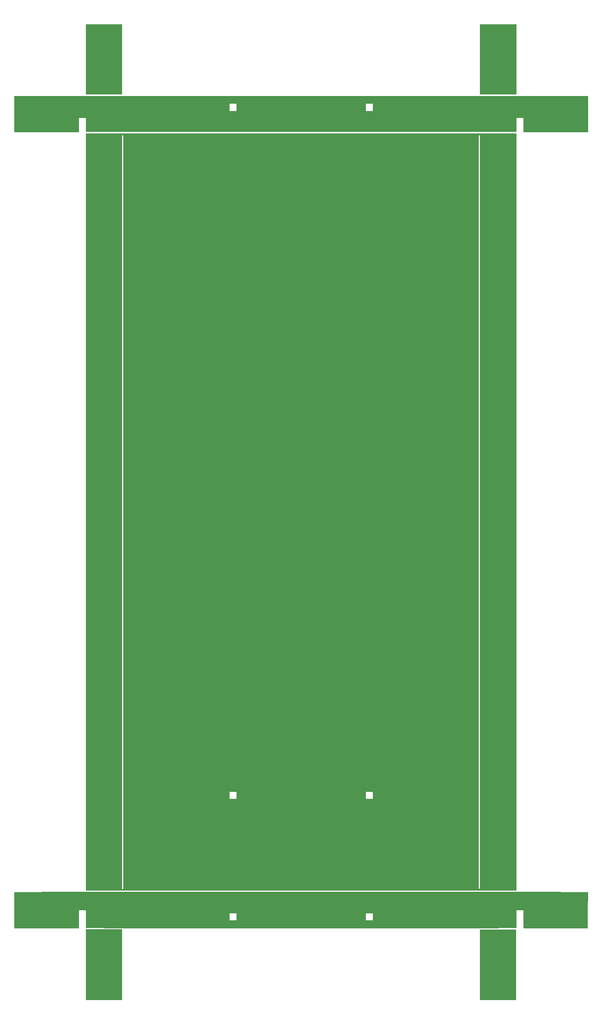
<source format=gbr>
%TF.GenerationSoftware,KiCad,Pcbnew,(5.1.6)-1*%
%TF.CreationDate,2020-10-22T21:59:58+01:00*%
%TF.ProjectId,Side 1,53696465-2031-42e6-9b69-6361645f7063,rev?*%
%TF.SameCoordinates,Original*%
%TF.FileFunction,Copper,L1,Top*%
%TF.FilePolarity,Positive*%
%FSLAX46Y46*%
G04 Gerber Fmt 4.6, Leading zero omitted, Abs format (unit mm)*
G04 Created by KiCad (PCBNEW (5.1.6)-1) date 2020-10-22 21:59:58*
%MOMM*%
%LPD*%
G01*
G04 APERTURE LIST*
%TA.AperFunction,EtchedComponent*%
%ADD10C,0.010000*%
%TD*%
G04 APERTURE END LIST*
D10*
%TO.C,G\u002A\u002A\u002A*%
G36*
X70580000Y-238634500D02*
G01*
X62706000Y-238634500D01*
X62706000Y-223204000D01*
X70580000Y-223204000D01*
X70580000Y-238634500D01*
G37*
X70580000Y-238634500D02*
X62706000Y-238634500D01*
X62706000Y-223204000D01*
X70580000Y-223204000D01*
X70580000Y-238634500D01*
G36*
X157204584Y-238623917D02*
G01*
X153262263Y-238629264D01*
X149319943Y-238634611D01*
X149325263Y-230924597D01*
X149330584Y-223214583D01*
X157204584Y-223214583D01*
X157204584Y-238623917D01*
G37*
X157204584Y-238623917D02*
X153262263Y-238629264D01*
X149319943Y-238634611D01*
X149325263Y-230924597D01*
X149330584Y-223214583D01*
X157204584Y-223214583D01*
X157204584Y-238623917D01*
G36*
X111810180Y-214970586D02*
G01*
X113268558Y-214970610D01*
X114724790Y-214970648D01*
X116177928Y-214970700D01*
X117627026Y-214970765D01*
X119071138Y-214970844D01*
X120509317Y-214970937D01*
X121940618Y-214971044D01*
X123364092Y-214971164D01*
X124778795Y-214971298D01*
X126183779Y-214971445D01*
X127578099Y-214971607D01*
X128960808Y-214971782D01*
X130330959Y-214971971D01*
X131687607Y-214972173D01*
X133029804Y-214972389D01*
X134356605Y-214972619D01*
X135667062Y-214972862D01*
X136960231Y-214973120D01*
X138235163Y-214973390D01*
X139490913Y-214973675D01*
X140726535Y-214973973D01*
X141941082Y-214974285D01*
X143133607Y-214974611D01*
X144303165Y-214974950D01*
X145448808Y-214975303D01*
X146569591Y-214975670D01*
X147664567Y-214976051D01*
X148732789Y-214976445D01*
X149773312Y-214976853D01*
X150785189Y-214977274D01*
X151767473Y-214977709D01*
X152719218Y-214978158D01*
X153639478Y-214978621D01*
X154527307Y-214979097D01*
X155381757Y-214979587D01*
X156201883Y-214980091D01*
X156986738Y-214980609D01*
X157735375Y-214981140D01*
X158446849Y-214981684D01*
X159120213Y-214982243D01*
X159754521Y-214982815D01*
X160348826Y-214983401D01*
X160902181Y-214984001D01*
X161136347Y-214984273D01*
X172963278Y-214998376D01*
X172957931Y-218937146D01*
X172952584Y-222875917D01*
X166031084Y-222882168D01*
X165490956Y-222882616D01*
X164961071Y-222882975D01*
X164443036Y-222883248D01*
X163938457Y-222883435D01*
X163448942Y-222883539D01*
X162976099Y-222883562D01*
X162521534Y-222883504D01*
X162086855Y-222883367D01*
X161673670Y-222883153D01*
X161283585Y-222882864D01*
X160918207Y-222882501D01*
X160579145Y-222882066D01*
X160268005Y-222881560D01*
X159986395Y-222880985D01*
X159735921Y-222880342D01*
X159518192Y-222879633D01*
X159334814Y-222878860D01*
X159187395Y-222878025D01*
X159077542Y-222877128D01*
X159006862Y-222876171D01*
X158977292Y-222875192D01*
X158845000Y-222861964D01*
X158845000Y-218949500D01*
X157215167Y-218949500D01*
X157215167Y-222858297D01*
X149623396Y-222872399D01*
X149247773Y-222873049D01*
X148830828Y-222873684D01*
X148373574Y-222874303D01*
X147877020Y-222874907D01*
X147342180Y-222875494D01*
X146770064Y-222876066D01*
X146161684Y-222876622D01*
X145518051Y-222877162D01*
X144840178Y-222877686D01*
X144129075Y-222878195D01*
X143385755Y-222878687D01*
X142611228Y-222879164D01*
X141806507Y-222879625D01*
X140972602Y-222880070D01*
X140110526Y-222880499D01*
X139221290Y-222880913D01*
X138305905Y-222881311D01*
X137365384Y-222881693D01*
X136400737Y-222882059D01*
X135412977Y-222882409D01*
X134403114Y-222882743D01*
X133372160Y-222883062D01*
X132321128Y-222883365D01*
X131251028Y-222883652D01*
X130162871Y-222883923D01*
X129057671Y-222884178D01*
X127936437Y-222884418D01*
X126800182Y-222884642D01*
X125649918Y-222884849D01*
X124486655Y-222885042D01*
X123311405Y-222885218D01*
X122125180Y-222885378D01*
X120928992Y-222885523D01*
X119723852Y-222885652D01*
X118510771Y-222885765D01*
X117290761Y-222885862D01*
X116064834Y-222885943D01*
X114834001Y-222886009D01*
X113599274Y-222886059D01*
X112361665Y-222886092D01*
X111122184Y-222886111D01*
X109881843Y-222886113D01*
X108641655Y-222886099D01*
X107402630Y-222886070D01*
X106165780Y-222886025D01*
X104932116Y-222885964D01*
X103702651Y-222885887D01*
X102478396Y-222885794D01*
X101260362Y-222885686D01*
X100049561Y-222885562D01*
X98847004Y-222885422D01*
X97653703Y-222885266D01*
X96470670Y-222885094D01*
X95298916Y-222884907D01*
X94139453Y-222884703D01*
X92993291Y-222884484D01*
X91861444Y-222884249D01*
X90744921Y-222883999D01*
X89644736Y-222883732D01*
X88561899Y-222883450D01*
X87497422Y-222883151D01*
X86452316Y-222882837D01*
X85427594Y-222882507D01*
X84424266Y-222882162D01*
X83443344Y-222881800D01*
X82485840Y-222881423D01*
X81552766Y-222881030D01*
X80645132Y-222880621D01*
X79763951Y-222880196D01*
X78910233Y-222879756D01*
X78084991Y-222879299D01*
X77289236Y-222878827D01*
X76523980Y-222878339D01*
X75790234Y-222877835D01*
X75089010Y-222877316D01*
X74421319Y-222876780D01*
X73788173Y-222876229D01*
X73190583Y-222875662D01*
X72629561Y-222875079D01*
X72106119Y-222874481D01*
X71621268Y-222873866D01*
X71176019Y-222873236D01*
X70771385Y-222872590D01*
X70659375Y-222872395D01*
X62706000Y-222858296D01*
X62706000Y-219584500D01*
X94159667Y-219584500D01*
X94159667Y-221214333D01*
X95789500Y-221214333D01*
X95789500Y-219584500D01*
X124110500Y-219584500D01*
X124110500Y-221214333D01*
X125740334Y-221214333D01*
X125740334Y-219584500D01*
X124110500Y-219584500D01*
X95789500Y-219584500D01*
X94159667Y-219584500D01*
X62706000Y-219584500D01*
X62706000Y-218949500D01*
X61055000Y-218949500D01*
X61055000Y-222886500D01*
X46958000Y-222886500D01*
X46958000Y-214998376D01*
X58772524Y-214984271D01*
X59306620Y-214983666D01*
X59882103Y-214983074D01*
X60498026Y-214982495D01*
X61153444Y-214981931D01*
X61847409Y-214981380D01*
X62578976Y-214980843D01*
X63347198Y-214980319D01*
X64151128Y-214979809D01*
X64989820Y-214979313D01*
X65862329Y-214978831D01*
X66767706Y-214978362D01*
X67705007Y-214977907D01*
X68673284Y-214977466D01*
X69671592Y-214977038D01*
X70698983Y-214976624D01*
X71754512Y-214976224D01*
X72837232Y-214975837D01*
X73946197Y-214975464D01*
X75080459Y-214975105D01*
X76239074Y-214974760D01*
X77421094Y-214974428D01*
X78625573Y-214974110D01*
X79851565Y-214973806D01*
X81098124Y-214973515D01*
X82364302Y-214973238D01*
X83649153Y-214972975D01*
X84951732Y-214972725D01*
X86271092Y-214972489D01*
X87606285Y-214972267D01*
X88956367Y-214972059D01*
X90320391Y-214971864D01*
X91697409Y-214971683D01*
X93086476Y-214971515D01*
X94486646Y-214971362D01*
X95896972Y-214971222D01*
X97316507Y-214971095D01*
X98744305Y-214970983D01*
X100179420Y-214970884D01*
X101620906Y-214970799D01*
X103067816Y-214970727D01*
X104519203Y-214970669D01*
X105974121Y-214970625D01*
X107431625Y-214970595D01*
X108890766Y-214970578D01*
X110350600Y-214970575D01*
X111810180Y-214970586D01*
G37*
X111810180Y-214970586D02*
X113268558Y-214970610D01*
X114724790Y-214970648D01*
X116177928Y-214970700D01*
X117627026Y-214970765D01*
X119071138Y-214970844D01*
X120509317Y-214970937D01*
X121940618Y-214971044D01*
X123364092Y-214971164D01*
X124778795Y-214971298D01*
X126183779Y-214971445D01*
X127578099Y-214971607D01*
X128960808Y-214971782D01*
X130330959Y-214971971D01*
X131687607Y-214972173D01*
X133029804Y-214972389D01*
X134356605Y-214972619D01*
X135667062Y-214972862D01*
X136960231Y-214973120D01*
X138235163Y-214973390D01*
X139490913Y-214973675D01*
X140726535Y-214973973D01*
X141941082Y-214974285D01*
X143133607Y-214974611D01*
X144303165Y-214974950D01*
X145448808Y-214975303D01*
X146569591Y-214975670D01*
X147664567Y-214976051D01*
X148732789Y-214976445D01*
X149773312Y-214976853D01*
X150785189Y-214977274D01*
X151767473Y-214977709D01*
X152719218Y-214978158D01*
X153639478Y-214978621D01*
X154527307Y-214979097D01*
X155381757Y-214979587D01*
X156201883Y-214980091D01*
X156986738Y-214980609D01*
X157735375Y-214981140D01*
X158446849Y-214981684D01*
X159120213Y-214982243D01*
X159754521Y-214982815D01*
X160348826Y-214983401D01*
X160902181Y-214984001D01*
X161136347Y-214984273D01*
X172963278Y-214998376D01*
X172957931Y-218937146D01*
X172952584Y-222875917D01*
X166031084Y-222882168D01*
X165490956Y-222882616D01*
X164961071Y-222882975D01*
X164443036Y-222883248D01*
X163938457Y-222883435D01*
X163448942Y-222883539D01*
X162976099Y-222883562D01*
X162521534Y-222883504D01*
X162086855Y-222883367D01*
X161673670Y-222883153D01*
X161283585Y-222882864D01*
X160918207Y-222882501D01*
X160579145Y-222882066D01*
X160268005Y-222881560D01*
X159986395Y-222880985D01*
X159735921Y-222880342D01*
X159518192Y-222879633D01*
X159334814Y-222878860D01*
X159187395Y-222878025D01*
X159077542Y-222877128D01*
X159006862Y-222876171D01*
X158977292Y-222875192D01*
X158845000Y-222861964D01*
X158845000Y-218949500D01*
X157215167Y-218949500D01*
X157215167Y-222858297D01*
X149623396Y-222872399D01*
X149247773Y-222873049D01*
X148830828Y-222873684D01*
X148373574Y-222874303D01*
X147877020Y-222874907D01*
X147342180Y-222875494D01*
X146770064Y-222876066D01*
X146161684Y-222876622D01*
X145518051Y-222877162D01*
X144840178Y-222877686D01*
X144129075Y-222878195D01*
X143385755Y-222878687D01*
X142611228Y-222879164D01*
X141806507Y-222879625D01*
X140972602Y-222880070D01*
X140110526Y-222880499D01*
X139221290Y-222880913D01*
X138305905Y-222881311D01*
X137365384Y-222881693D01*
X136400737Y-222882059D01*
X135412977Y-222882409D01*
X134403114Y-222882743D01*
X133372160Y-222883062D01*
X132321128Y-222883365D01*
X131251028Y-222883652D01*
X130162871Y-222883923D01*
X129057671Y-222884178D01*
X127936437Y-222884418D01*
X126800182Y-222884642D01*
X125649918Y-222884849D01*
X124486655Y-222885042D01*
X123311405Y-222885218D01*
X122125180Y-222885378D01*
X120928992Y-222885523D01*
X119723852Y-222885652D01*
X118510771Y-222885765D01*
X117290761Y-222885862D01*
X116064834Y-222885943D01*
X114834001Y-222886009D01*
X113599274Y-222886059D01*
X112361665Y-222886092D01*
X111122184Y-222886111D01*
X109881843Y-222886113D01*
X108641655Y-222886099D01*
X107402630Y-222886070D01*
X106165780Y-222886025D01*
X104932116Y-222885964D01*
X103702651Y-222885887D01*
X102478396Y-222885794D01*
X101260362Y-222885686D01*
X100049561Y-222885562D01*
X98847004Y-222885422D01*
X97653703Y-222885266D01*
X96470670Y-222885094D01*
X95298916Y-222884907D01*
X94139453Y-222884703D01*
X92993291Y-222884484D01*
X91861444Y-222884249D01*
X90744921Y-222883999D01*
X89644736Y-222883732D01*
X88561899Y-222883450D01*
X87497422Y-222883151D01*
X86452316Y-222882837D01*
X85427594Y-222882507D01*
X84424266Y-222882162D01*
X83443344Y-222881800D01*
X82485840Y-222881423D01*
X81552766Y-222881030D01*
X80645132Y-222880621D01*
X79763951Y-222880196D01*
X78910233Y-222879756D01*
X78084991Y-222879299D01*
X77289236Y-222878827D01*
X76523980Y-222878339D01*
X75790234Y-222877835D01*
X75089010Y-222877316D01*
X74421319Y-222876780D01*
X73788173Y-222876229D01*
X73190583Y-222875662D01*
X72629561Y-222875079D01*
X72106119Y-222874481D01*
X71621268Y-222873866D01*
X71176019Y-222873236D01*
X70771385Y-222872590D01*
X70659375Y-222872395D01*
X62706000Y-222858296D01*
X62706000Y-219584500D01*
X94159667Y-219584500D01*
X94159667Y-221214333D01*
X95789500Y-221214333D01*
X95789500Y-219584500D01*
X124110500Y-219584500D01*
X124110500Y-221214333D01*
X125740334Y-221214333D01*
X125740334Y-219584500D01*
X124110500Y-219584500D01*
X95789500Y-219584500D01*
X94159667Y-219584500D01*
X62706000Y-219584500D01*
X62706000Y-218949500D01*
X61055000Y-218949500D01*
X61055000Y-222886500D01*
X46958000Y-222886500D01*
X46958000Y-214998376D01*
X58772524Y-214984271D01*
X59306620Y-214983666D01*
X59882103Y-214983074D01*
X60498026Y-214982495D01*
X61153444Y-214981931D01*
X61847409Y-214981380D01*
X62578976Y-214980843D01*
X63347198Y-214980319D01*
X64151128Y-214979809D01*
X64989820Y-214979313D01*
X65862329Y-214978831D01*
X66767706Y-214978362D01*
X67705007Y-214977907D01*
X68673284Y-214977466D01*
X69671592Y-214977038D01*
X70698983Y-214976624D01*
X71754512Y-214976224D01*
X72837232Y-214975837D01*
X73946197Y-214975464D01*
X75080459Y-214975105D01*
X76239074Y-214974760D01*
X77421094Y-214974428D01*
X78625573Y-214974110D01*
X79851565Y-214973806D01*
X81098124Y-214973515D01*
X82364302Y-214973238D01*
X83649153Y-214972975D01*
X84951732Y-214972725D01*
X86271092Y-214972489D01*
X87606285Y-214972267D01*
X88956367Y-214972059D01*
X90320391Y-214971864D01*
X91697409Y-214971683D01*
X93086476Y-214971515D01*
X94486646Y-214971362D01*
X95896972Y-214971222D01*
X97316507Y-214971095D01*
X98744305Y-214970983D01*
X100179420Y-214970884D01*
X101620906Y-214970799D01*
X103067816Y-214970727D01*
X104519203Y-214970669D01*
X105974121Y-214970625D01*
X107431625Y-214970595D01*
X108890766Y-214970578D01*
X110350600Y-214970575D01*
X111810180Y-214970586D01*
G36*
X157215167Y-214631500D02*
G01*
X62706000Y-214631500D01*
X62706000Y-48790667D01*
X70580000Y-48790667D01*
X70580000Y-214335167D01*
X70918667Y-214335167D01*
X70918667Y-192935667D01*
X94159667Y-192935667D01*
X94159667Y-194565500D01*
X95789500Y-194565500D01*
X95789500Y-192935667D01*
X124110500Y-192935667D01*
X124110500Y-194565500D01*
X125740334Y-194565500D01*
X125740334Y-192935667D01*
X124110500Y-192935667D01*
X95789500Y-192935667D01*
X94159667Y-192935667D01*
X70918667Y-192935667D01*
X70918667Y-48790667D01*
X70580000Y-48790667D01*
X62706000Y-48790667D01*
X62706000Y-48748333D01*
X148960167Y-48748333D01*
X148960167Y-214292833D01*
X149320000Y-214292833D01*
X149320000Y-48748333D01*
X148960167Y-48748333D01*
X62706000Y-48748333D01*
X62706000Y-48388500D01*
X157215167Y-48388500D01*
X157215167Y-214631500D01*
G37*
X157215167Y-214631500D02*
X62706000Y-214631500D01*
X62706000Y-48790667D01*
X70580000Y-48790667D01*
X70580000Y-214335167D01*
X70918667Y-214335167D01*
X70918667Y-192935667D01*
X94159667Y-192935667D01*
X94159667Y-194565500D01*
X95789500Y-194565500D01*
X95789500Y-192935667D01*
X124110500Y-192935667D01*
X124110500Y-194565500D01*
X125740334Y-194565500D01*
X125740334Y-192935667D01*
X124110500Y-192935667D01*
X95789500Y-192935667D01*
X94159667Y-192935667D01*
X70918667Y-192935667D01*
X70918667Y-48790667D01*
X70580000Y-48790667D01*
X62706000Y-48790667D01*
X62706000Y-48748333D01*
X148960167Y-48748333D01*
X148960167Y-214292833D01*
X149320000Y-214292833D01*
X149320000Y-48748333D01*
X148960167Y-48748333D01*
X62706000Y-48748333D01*
X62706000Y-48388500D01*
X157215167Y-48388500D01*
X157215167Y-214631500D01*
G36*
X112839034Y-40174064D02*
G01*
X114278032Y-40174066D01*
X115712363Y-40174069D01*
X117141287Y-40174073D01*
X118564065Y-40174077D01*
X119979954Y-40174082D01*
X121388216Y-40174088D01*
X122788110Y-40174094D01*
X124178896Y-40174102D01*
X125559832Y-40174110D01*
X126930180Y-40174118D01*
X128289198Y-40174128D01*
X129636147Y-40174138D01*
X130970285Y-40174149D01*
X132290873Y-40174160D01*
X133597170Y-40174172D01*
X134888437Y-40174184D01*
X136163932Y-40174198D01*
X137422915Y-40174211D01*
X138664647Y-40174226D01*
X139888386Y-40174241D01*
X141093392Y-40174256D01*
X142278926Y-40174272D01*
X143444246Y-40174289D01*
X144588613Y-40174306D01*
X145711286Y-40174324D01*
X146811524Y-40174342D01*
X147888589Y-40174360D01*
X148941738Y-40174380D01*
X149970232Y-40174399D01*
X150973330Y-40174419D01*
X151950293Y-40174440D01*
X152900380Y-40174461D01*
X153822850Y-40174482D01*
X154716963Y-40174504D01*
X155581979Y-40174526D01*
X156417158Y-40174548D01*
X157221759Y-40174571D01*
X157995042Y-40174595D01*
X158736267Y-40174618D01*
X159444693Y-40174642D01*
X160119580Y-40174666D01*
X160760187Y-40174691D01*
X161365775Y-40174716D01*
X161935603Y-40174741D01*
X162468930Y-40174766D01*
X162965017Y-40174792D01*
X163423123Y-40174818D01*
X163842508Y-40174844D01*
X164222431Y-40174871D01*
X164562152Y-40174897D01*
X164860930Y-40174924D01*
X165089167Y-40174948D01*
X172963167Y-40175833D01*
X172963167Y-48049833D01*
X158845000Y-48049833D01*
X158845000Y-44938333D01*
X157215167Y-44938333D01*
X157215167Y-48028667D01*
X62706000Y-48028667D01*
X62706000Y-44938333D01*
X61055000Y-44938333D01*
X61055000Y-48049833D01*
X46958000Y-48049833D01*
X46958000Y-41826833D01*
X94159667Y-41826833D01*
X94159667Y-43477833D01*
X95789500Y-43477833D01*
X95789500Y-41826833D01*
X124110500Y-41826833D01*
X124110500Y-43477833D01*
X125740334Y-43477833D01*
X125740334Y-41826833D01*
X124110500Y-41826833D01*
X95789500Y-41826833D01*
X94159667Y-41826833D01*
X46958000Y-41826833D01*
X46958000Y-40175833D01*
X54821417Y-40174948D01*
X55083264Y-40174921D01*
X55386705Y-40174894D01*
X55730999Y-40174867D01*
X56115406Y-40174841D01*
X56539186Y-40174815D01*
X57001598Y-40174789D01*
X57501903Y-40174763D01*
X58039361Y-40174738D01*
X58613231Y-40174713D01*
X59222773Y-40174688D01*
X59867247Y-40174663D01*
X60545913Y-40174639D01*
X61258031Y-40174615D01*
X62002861Y-40174592D01*
X62779663Y-40174568D01*
X63587696Y-40174546D01*
X64426220Y-40174523D01*
X65294496Y-40174501D01*
X66191783Y-40174479D01*
X67117341Y-40174458D01*
X68070429Y-40174437D01*
X69050309Y-40174417D01*
X70056239Y-40174397D01*
X71087480Y-40174377D01*
X72143291Y-40174358D01*
X73222932Y-40174340D01*
X74325664Y-40174322D01*
X75450745Y-40174304D01*
X76597437Y-40174287D01*
X77764998Y-40174270D01*
X78952689Y-40174254D01*
X80159770Y-40174239D01*
X81385500Y-40174224D01*
X82629139Y-40174210D01*
X83889948Y-40174196D01*
X85167185Y-40174183D01*
X86460112Y-40174170D01*
X87767987Y-40174158D01*
X89090071Y-40174147D01*
X90425624Y-40174137D01*
X91773905Y-40174127D01*
X93134175Y-40174117D01*
X94505692Y-40174109D01*
X95887718Y-40174101D01*
X97279512Y-40174094D01*
X98680334Y-40174087D01*
X100089443Y-40174081D01*
X101506100Y-40174076D01*
X102929565Y-40174072D01*
X104359096Y-40174069D01*
X105793956Y-40174066D01*
X107233402Y-40174064D01*
X108676695Y-40174063D01*
X111396110Y-40174063D01*
X112839034Y-40174064D01*
G37*
X112839034Y-40174064D02*
X114278032Y-40174066D01*
X115712363Y-40174069D01*
X117141287Y-40174073D01*
X118564065Y-40174077D01*
X119979954Y-40174082D01*
X121388216Y-40174088D01*
X122788110Y-40174094D01*
X124178896Y-40174102D01*
X125559832Y-40174110D01*
X126930180Y-40174118D01*
X128289198Y-40174128D01*
X129636147Y-40174138D01*
X130970285Y-40174149D01*
X132290873Y-40174160D01*
X133597170Y-40174172D01*
X134888437Y-40174184D01*
X136163932Y-40174198D01*
X137422915Y-40174211D01*
X138664647Y-40174226D01*
X139888386Y-40174241D01*
X141093392Y-40174256D01*
X142278926Y-40174272D01*
X143444246Y-40174289D01*
X144588613Y-40174306D01*
X145711286Y-40174324D01*
X146811524Y-40174342D01*
X147888589Y-40174360D01*
X148941738Y-40174380D01*
X149970232Y-40174399D01*
X150973330Y-40174419D01*
X151950293Y-40174440D01*
X152900380Y-40174461D01*
X153822850Y-40174482D01*
X154716963Y-40174504D01*
X155581979Y-40174526D01*
X156417158Y-40174548D01*
X157221759Y-40174571D01*
X157995042Y-40174595D01*
X158736267Y-40174618D01*
X159444693Y-40174642D01*
X160119580Y-40174666D01*
X160760187Y-40174691D01*
X161365775Y-40174716D01*
X161935603Y-40174741D01*
X162468930Y-40174766D01*
X162965017Y-40174792D01*
X163423123Y-40174818D01*
X163842508Y-40174844D01*
X164222431Y-40174871D01*
X164562152Y-40174897D01*
X164860930Y-40174924D01*
X165089167Y-40174948D01*
X172963167Y-40175833D01*
X172963167Y-48049833D01*
X158845000Y-48049833D01*
X158845000Y-44938333D01*
X157215167Y-44938333D01*
X157215167Y-48028667D01*
X62706000Y-48028667D01*
X62706000Y-44938333D01*
X61055000Y-44938333D01*
X61055000Y-48049833D01*
X46958000Y-48049833D01*
X46958000Y-41826833D01*
X94159667Y-41826833D01*
X94159667Y-43477833D01*
X95789500Y-43477833D01*
X95789500Y-41826833D01*
X124110500Y-41826833D01*
X124110500Y-43477833D01*
X125740334Y-43477833D01*
X125740334Y-41826833D01*
X124110500Y-41826833D01*
X95789500Y-41826833D01*
X94159667Y-41826833D01*
X46958000Y-41826833D01*
X46958000Y-40175833D01*
X54821417Y-40174948D01*
X55083264Y-40174921D01*
X55386705Y-40174894D01*
X55730999Y-40174867D01*
X56115406Y-40174841D01*
X56539186Y-40174815D01*
X57001598Y-40174789D01*
X57501903Y-40174763D01*
X58039361Y-40174738D01*
X58613231Y-40174713D01*
X59222773Y-40174688D01*
X59867247Y-40174663D01*
X60545913Y-40174639D01*
X61258031Y-40174615D01*
X62002861Y-40174592D01*
X62779663Y-40174568D01*
X63587696Y-40174546D01*
X64426220Y-40174523D01*
X65294496Y-40174501D01*
X66191783Y-40174479D01*
X67117341Y-40174458D01*
X68070429Y-40174437D01*
X69050309Y-40174417D01*
X70056239Y-40174397D01*
X71087480Y-40174377D01*
X72143291Y-40174358D01*
X73222932Y-40174340D01*
X74325664Y-40174322D01*
X75450745Y-40174304D01*
X76597437Y-40174287D01*
X77764998Y-40174270D01*
X78952689Y-40174254D01*
X80159770Y-40174239D01*
X81385500Y-40174224D01*
X82629139Y-40174210D01*
X83889948Y-40174196D01*
X85167185Y-40174183D01*
X86460112Y-40174170D01*
X87767987Y-40174158D01*
X89090071Y-40174147D01*
X90425624Y-40174137D01*
X91773905Y-40174127D01*
X93134175Y-40174117D01*
X94505692Y-40174109D01*
X95887718Y-40174101D01*
X97279512Y-40174094D01*
X98680334Y-40174087D01*
X100089443Y-40174081D01*
X101506100Y-40174076D01*
X102929565Y-40174072D01*
X104359096Y-40174069D01*
X105793956Y-40174066D01*
X107233402Y-40174064D01*
X108676695Y-40174063D01*
X111396110Y-40174063D01*
X112839034Y-40174064D01*
G36*
X70580000Y-39794833D02*
G01*
X62706000Y-39794833D01*
X62706000Y-24427833D01*
X70580000Y-24427833D01*
X70580000Y-39794833D01*
G37*
X70580000Y-39794833D02*
X62706000Y-39794833D01*
X62706000Y-24427833D01*
X70580000Y-24427833D01*
X70580000Y-39794833D01*
G36*
X157215167Y-39794833D02*
G01*
X149320000Y-39794833D01*
X149320000Y-24427833D01*
X157215167Y-24427833D01*
X157215167Y-39794833D01*
G37*
X157215167Y-39794833D02*
X149320000Y-39794833D01*
X149320000Y-24427833D01*
X157215167Y-24427833D01*
X157215167Y-39794833D01*
%TD*%
M02*

</source>
